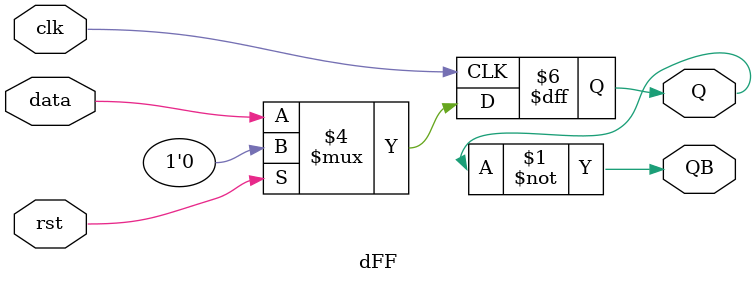
<source format=v>

module dFF (Q, QB, data, clk, rst);
  
  output Q, QB;
  input data, clk, rst;
  reg Q;
  
  assign QB = ~Q;
  
  always @(posedge clk)
  begin
    if(rst)
      Q <= 1'b0;
    else
      Q <= data;
  end
endmodule

</source>
